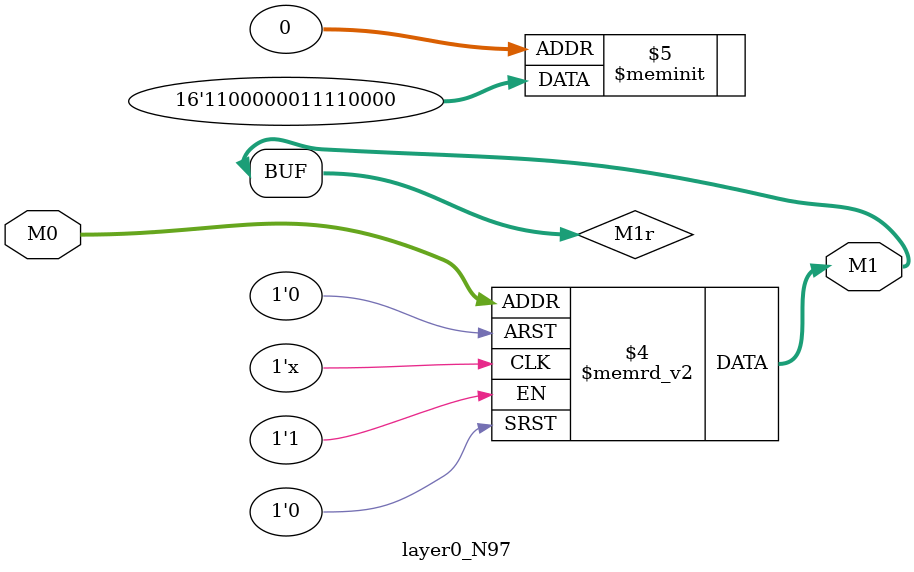
<source format=v>
module layer0_N97 ( input [2:0] M0, output [1:0] M1 );

	(*rom_style = "distributed" *) reg [1:0] M1r;
	assign M1 = M1r;
	always @ (M0) begin
		case (M0)
			3'b000: M1r = 2'b00;
			3'b100: M1r = 2'b00;
			3'b010: M1r = 2'b11;
			3'b110: M1r = 2'b00;
			3'b001: M1r = 2'b00;
			3'b101: M1r = 2'b00;
			3'b011: M1r = 2'b11;
			3'b111: M1r = 2'b11;

		endcase
	end
endmodule

</source>
